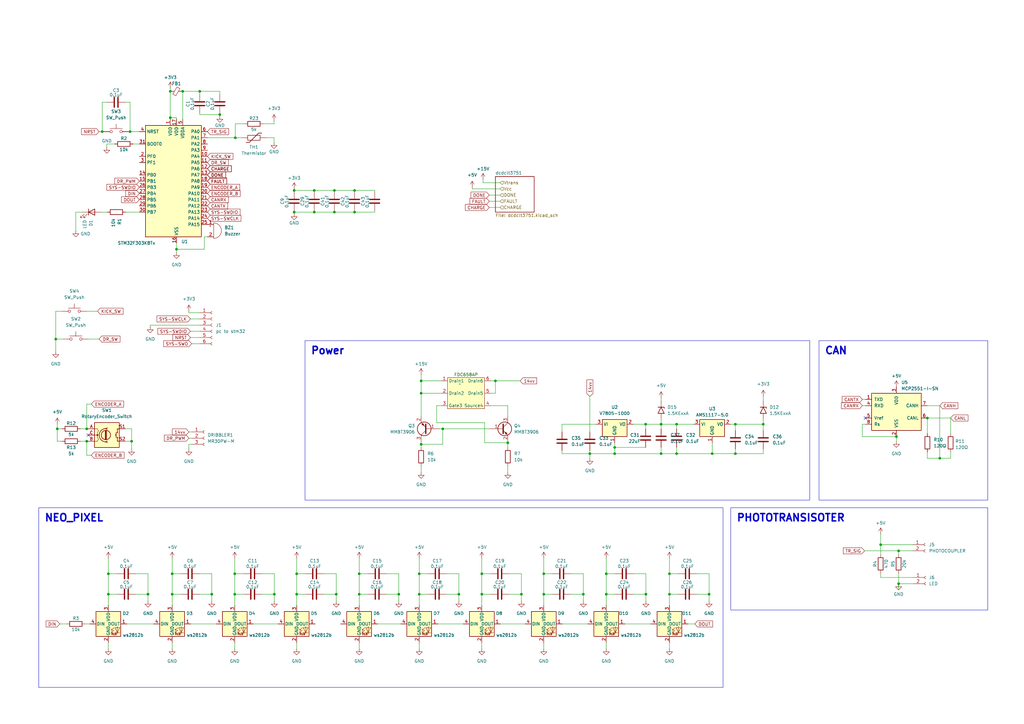
<source format=kicad_sch>
(kicad_sch (version 20230121) (generator eeschema)
  (paper "A3")
  (title_block (title "ssl_subboard_v1.0") (date "2023-11-7") (company "Ri-one_SSL") (comment 1 "made by Kotaro OCHIISHI"))
  (junction (at 313.055 173.99))
  (junction (at 53.975 180.975))
  (junction (at 368.554 239.395))
  (junction (at 145.415 86.995))
  (junction (at 223.012 235.331))
  (junction (at 188.214 243.713))
  (junction (at 361.188 223.393))
  (junction (at 44.45 235.331))
  (junction (at 163.576 243.713))
  (junction (at 208.28 181.61))
  (junction (at 301.625 186.055))
  (junction (at 147.32 243.713))
  (junction (at 172.72 182.245))
  (junction (at 292.1 186.055))
  (junction (at 368.554 225.933))
  (junction (at 181.61 175.895))
  (junction (at 53.34 53.975))
  (junction (at 69.85 37.465))
  (junction (at 112.522 243.713))
  (junction (at 145.415 78.105))
  (junction (at 248.666 235.331))
  (junction (at 271.145 173.99))
  (junction (at 128.905 86.995))
  (junction (at 44.45 243.713))
  (junction (at 120.65 78.105))
  (junction (at 137.16 86.995))
  (junction (at 90.17 46.99))
  (junction (at 274.574 243.713))
  (junction (at 172.72 156.21))
  (junction (at 367.665 179.07))
  (junction (at 72.39 102.235))
  (junction (at 197.612 243.713))
  (junction (at 277.495 186.055))
  (junction (at 213.868 243.713))
  (junction (at 203.2 156.21))
  (junction (at 35.56 180.975))
  (junction (at 96.52 56.515))
  (junction (at 171.958 235.331))
  (junction (at 197.612 235.331))
  (junction (at 22.86 139.065))
  (junction (at 239.268 243.713))
  (junction (at 380.365 171.45))
  (junction (at 385.445 187.96))
  (junction (at 121.666 235.331))
  (junction (at 74.93 37.465))
  (junction (at 70.612 243.713))
  (junction (at 35.56 175.895))
  (junction (at 252.095 186.055))
  (junction (at 137.922 243.713))
  (junction (at 120.65 86.995))
  (junction (at 274.574 235.331))
  (junction (at 301.625 173.99))
  (junction (at 96.266 235.331))
  (junction (at 147.32 235.331))
  (junction (at 172.72 161.29))
  (junction (at 277.495 173.99))
  (junction (at 81.915 37.465))
  (junction (at 252.095 183.515))
  (junction (at 248.666 243.713))
  (junction (at 137.16 78.105))
  (junction (at 69.85 48.26))
  (junction (at 86.868 243.713))
  (junction (at 121.666 243.713))
  (junction (at 271.145 186.055))
  (junction (at 60.706 243.713))
  (junction (at 70.612 235.331))
  (junction (at 264.795 173.99))
  (junction (at 23.495 175.895))
  (junction (at 241.935 186.055))
  (junction (at 171.958 243.713))
  (junction (at 290.83 243.713))
  (junction (at 96.266 243.713))
  (junction (at 41.91 53.975))
  (junction (at 264.922 243.713))
  (junction (at 128.905 78.105))
  (junction (at 223.012 243.713))
  (no_connect (at 36.195 178.435))
  (no_connect (at 354.965 171.45))
  (wire (pts (xy 120.65 77.47) (xy 120.65 78.105)))
  (wire (pts (xy 31.115 94.615) (xy 31.115 86.995)))
  (wire (pts (xy 252.095 183.515) (xy 264.795 183.515)))
  (wire (pts (xy 121.666 235.331) (xy 121.666 243.713)))
  (wire (pts (xy 78.105 138.43) (xy 81.915 138.43)))
  (wire (pts (xy 24.511 255.905) (xy 27.305 255.905)))
  (wire (pts (xy 197.612 235.331) (xy 197.612 243.713)))
  (wire (pts (xy 35.56 186.69) (xy 37.465 186.69)))
  (wire (pts (xy 234.188 243.713) (xy 239.268 243.713)))
  (wire (pts (xy 171.958 235.331) (xy 175.514 235.331)))
  (wire (pts (xy 179.578 255.905) (xy 189.992 255.905)))
  (wire (pts (xy 171.958 263.525) (xy 171.958 266.065)))
  (wire (pts (xy 277.495 173.99) (xy 284.48 173.99)))
  (wire (pts (xy 264.922 235.331) (xy 264.922 243.713)))
  (wire (pts (xy 107.442 235.331) (xy 112.522 235.331)))
  (wire (pts (xy 153.67 78.105) (xy 153.67 78.74)))
  (wire (pts (xy 285.75 243.713) (xy 290.83 243.713)))
  (wire (pts (xy 271.145 186.055) (xy 271.145 183.515)))
  (wire (pts (xy 230.505 186.055) (xy 241.935 186.055)))
  (wire (pts (xy 380.365 187.96) (xy 380.365 185.42)))
  (wire (pts (xy 193.675 77.47) (xy 205.105 77.47)))
  (wire (pts (xy 23.495 175.895) (xy 23.495 180.975)))
  (wire (pts (xy 271.145 173.99) (xy 271.145 175.895)))
  (wire (pts (xy 43.942 86.995) (xy 41.402 86.995)))
  (wire (pts (xy 248.666 243.713) (xy 248.666 248.285)))
  (wire (pts (xy 53.34 53.975) (xy 57.15 53.975)))
  (wire (pts (xy 43.815 41.91) (xy 41.91 41.91)))
  (wire (pts (xy 183.134 235.331) (xy 188.214 235.331)))
  (wire (pts (xy 313.055 186.055) (xy 313.055 184.15)))
  (wire (pts (xy 86.868 235.331) (xy 86.868 243.713)))
  (wire (pts (xy 77.47 179.705) (xy 78.74 179.705)))
  (wire (pts (xy 53.975 180.975) (xy 53.975 184.15)))
  (wire (pts (xy 96.52 56.515) (xy 99.06 56.515)))
  (wire (pts (xy 147.32 228.981) (xy 147.32 235.331)))
  (wire (pts (xy 252.095 181.61) (xy 252.095 183.515)))
  (wire (pts (xy 107.442 243.713) (xy 112.522 243.713)))
  (wire (pts (xy 77.47 177.165) (xy 78.74 177.165)))
  (wire (pts (xy 172.72 153.67) (xy 172.72 156.21)))
  (wire (pts (xy 313.055 173.99) (xy 313.055 176.53)))
  (wire (pts (xy 252.095 183.515) (xy 252.095 186.055)))
  (wire (pts (xy 22.86 127.635) (xy 22.86 139.065)))
  (wire (pts (xy 200.66 82.55) (xy 205.105 82.55)))
  (wire (pts (xy 53.34 41.91) (xy 53.34 53.975)))
  (wire (pts (xy 201.295 166.37) (xy 208.28 166.37)))
  (wire (pts (xy 239.268 243.713) (xy 239.268 246.507)))
  (wire (pts (xy 271.145 163.195) (xy 271.145 164.465)))
  (wire (pts (xy 171.958 243.713) (xy 175.514 243.713)))
  (wire (pts (xy 51.435 41.91) (xy 53.34 41.91)))
  (wire (pts (xy 81.915 37.465) (xy 81.915 38.735)))
  (wire (pts (xy 61.595 133.35) (xy 61.595 133.985)))
  (wire (pts (xy 259.715 173.99) (xy 264.795 173.99)))
  (wire (pts (xy 301.625 186.055) (xy 301.625 184.15)))
  (wire (pts (xy 54.61 59.055) (xy 57.15 59.055)))
  (wire (pts (xy 74.93 37.465) (xy 81.915 37.465)))
  (wire (pts (xy 69.85 36.195) (xy 69.85 37.465)))
  (wire (pts (xy 44.45 263.525) (xy 44.45 266.065)))
  (wire (pts (xy 96.266 263.525) (xy 96.266 266.065)))
  (wire (pts (xy 277.495 173.99) (xy 277.495 175.895)))
  (wire (pts (xy 35.56 165.735) (xy 35.56 175.895)))
  (wire (pts (xy 81.788 235.331) (xy 86.868 235.331)))
  (wire (pts (xy 203.2 161.29) (xy 203.2 156.21)))
  (wire (pts (xy 121.666 235.331) (xy 125.222 235.331)))
  (wire (pts (xy 96.266 243.713) (xy 96.266 248.285)))
  (wire (pts (xy 90.17 46.355) (xy 90.17 46.99)))
  (wire (pts (xy 198.12 74.93) (xy 205.105 74.93)))
  (wire (pts (xy 198.755 181.61) (xy 208.28 181.61)))
  (wire (pts (xy 70.612 243.713) (xy 70.612 248.285)))
  (wire (pts (xy 198.12 73.66) (xy 198.12 74.93)))
  (wire (pts (xy 22.86 139.065) (xy 26.035 139.065)))
  (wire (pts (xy 197.612 263.525) (xy 197.612 266.065)))
  (wire (pts (xy 248.666 235.331) (xy 252.222 235.331)))
  (wire (pts (xy 112.522 235.331) (xy 112.522 243.713)))
  (wire (pts (xy 33.02 180.975) (xy 35.56 180.975)))
  (wire (pts (xy 128.905 86.36) (xy 128.905 86.995)))
  (wire (pts (xy 374.65 236.855) (xy 361.188 236.855)))
  (wire (pts (xy 264.795 173.99) (xy 271.145 173.99)))
  (wire (pts (xy 274.574 243.713) (xy 278.13 243.713)))
  (wire (pts (xy 223.012 235.331) (xy 226.568 235.331)))
  (wire (pts (xy 81.915 128.27) (xy 77.47 128.27)))
  (wire (pts (xy 70.612 228.981) (xy 70.612 235.331)))
  (wire (pts (xy 44.45 235.331) (xy 48.006 235.331)))
  (wire (pts (xy 70.612 235.331) (xy 74.168 235.331)))
  (wire (pts (xy 248.666 235.331) (xy 248.666 243.713)))
  (wire (pts (xy 112.395 49.53) (xy 112.395 50.8)))
  (wire (pts (xy 180.975 156.21) (xy 172.72 156.21)))
  (wire (pts (xy 271.145 172.085) (xy 271.145 173.99)))
  (wire (pts (xy 171.958 228.981) (xy 171.958 235.331)))
  (wire (pts (xy 145.415 78.105) (xy 153.67 78.105)))
  (wire (pts (xy 53.975 180.975) (xy 51.435 180.975)))
  (wire (pts (xy 223.012 228.981) (xy 223.012 235.331)))
  (wire (pts (xy 188.214 235.331) (xy 188.214 243.713)))
  (wire (pts (xy 128.905 78.105) (xy 137.16 78.105)))
  (wire (pts (xy 301.625 186.055) (xy 313.055 186.055)))
  (wire (pts (xy 180.975 166.37) (xy 179.07 166.37)))
  (wire (pts (xy 256.286 255.905) (xy 266.954 255.905)))
  (wire (pts (xy 51.435 175.895) (xy 53.975 175.895)))
  (wire (pts (xy 90.17 37.465) (xy 90.17 38.735)))
  (wire (pts (xy 380.365 187.96) (xy 385.445 187.96)))
  (wire (pts (xy 179.07 173.355) (xy 198.755 173.355)))
  (wire (pts (xy 180.34 175.895) (xy 181.61 175.895)))
  (wire (pts (xy 172.72 180.975) (xy 172.72 182.245)))
  (wire (pts (xy 208.28 180.975) (xy 208.28 181.61)))
  (wire (pts (xy 389.89 171.45) (xy 389.89 177.8)))
  (wire (pts (xy 90.17 46.99) (xy 81.915 46.99)))
  (wire (pts (xy 181.61 182.245) (xy 181.61 175.895)))
  (wire (pts (xy 69.85 48.26) (xy 69.85 48.895)))
  (wire (pts (xy 353.695 163.83) (xy 354.965 163.83)))
  (wire (pts (xy 313.055 162.56) (xy 313.055 164.465)))
  (wire (pts (xy 147.32 235.331) (xy 150.876 235.331)))
  (wire (pts (xy 145.415 86.36) (xy 145.415 86.995)))
  (wire (pts (xy 23.495 180.975) (xy 25.4 180.975)))
  (wire (pts (xy 44.45 235.331) (xy 44.45 243.713)))
  (wire (pts (xy 96.266 235.331) (xy 99.822 235.331)))
  (wire (pts (xy 163.576 243.713) (xy 163.576 246.507)))
  (wire (pts (xy 85.09 56.515) (xy 96.52 56.515)))
  (wire (pts (xy 179.07 166.37) (xy 179.07 173.355)))
  (wire (pts (xy 239.268 235.331) (xy 239.268 243.713)))
  (wire (pts (xy 380.365 171.45) (xy 389.89 171.45)))
  (wire (pts (xy 121.666 243.713) (xy 125.222 243.713)))
  (wire (pts (xy 290.83 235.331) (xy 290.83 243.713)))
  (wire (pts (xy 35.56 180.975) (xy 35.56 186.69)))
  (wire (pts (xy 197.612 235.331) (xy 201.168 235.331)))
  (wire (pts (xy 353.695 173.99) (xy 353.695 179.07)))
  (wire (pts (xy 44.45 243.713) (xy 48.006 243.713)))
  (wire (pts (xy 120.65 86.36) (xy 120.65 86.995)))
  (wire (pts (xy 70.612 235.331) (xy 70.612 243.713)))
  (wire (pts (xy 137.16 78.105) (xy 137.16 78.74)))
  (wire (pts (xy 112.522 243.713) (xy 112.522 246.507)))
  (wire (pts (xy 78.232 255.905) (xy 88.646 255.905)))
  (wire (pts (xy 223.012 235.331) (xy 223.012 243.713)))
  (wire (pts (xy 77.47 128.27) (xy 77.47 127.635)))
  (wire (pts (xy 172.72 161.29) (xy 172.72 170.815)))
  (wire (pts (xy 163.576 235.331) (xy 163.576 243.713)))
  (wire (pts (xy 203.2 156.21) (xy 201.295 156.21)))
  (wire (pts (xy 301.625 173.99) (xy 301.625 176.53)))
  (wire (pts (xy 200.66 85.09) (xy 205.105 85.09)))
  (wire (pts (xy 137.922 235.331) (xy 137.922 243.713)))
  (wire (pts (xy 368.554 225.933) (xy 374.396 225.933)))
  (wire (pts (xy 181.61 175.895) (xy 200.66 175.895)))
  (wire (pts (xy 223.012 243.713) (xy 226.568 243.713)))
  (wire (pts (xy 277.495 186.055) (xy 292.1 186.055)))
  (wire (pts (xy 368.554 227.457) (xy 368.554 225.933)))
  (wire (pts (xy 385.445 166.37) (xy 385.445 187.96)))
  (wire (pts (xy 96.52 50.8) (xy 100.33 50.8)))
  (wire (pts (xy 121.666 263.525) (xy 121.666 266.065)))
  (wire (pts (xy 158.496 243.713) (xy 163.576 243.713)))
  (wire (pts (xy 259.842 235.331) (xy 264.922 235.331)))
  (wire (pts (xy 120.65 86.995) (xy 120.65 87.63)))
  (wire (pts (xy 147.32 263.525) (xy 147.32 266.065)))
  (wire (pts (xy 60.706 243.713) (xy 60.706 246.507)))
  (wire (pts (xy 197.612 228.981) (xy 197.612 235.331)))
  (wire (pts (xy 132.842 243.713) (xy 137.922 243.713)))
  (wire (pts (xy 145.415 78.105) (xy 145.415 78.74)))
  (wire (pts (xy 81.915 46.99) (xy 81.915 46.355)))
  (wire (pts (xy 368.554 239.395) (xy 374.65 239.395)))
  (wire (pts (xy 81.915 140.97) (xy 78.74 140.97)))
  (wire (pts (xy 33.02 175.895) (xy 35.56 175.895)))
  (wire (pts (xy 361.188 236.855) (xy 361.188 235.077)))
  (wire (pts (xy 43.815 59.055) (xy 43.815 60.325)))
  (wire (pts (xy 208.788 243.713) (xy 213.868 243.713)))
  (wire (pts (xy 201.295 161.29) (xy 203.2 161.29)))
  (wire (pts (xy 77.47 184.15) (xy 77.47 182.245)))
  (wire (pts (xy 86.868 243.713) (xy 86.868 246.507)))
  (wire (pts (xy 274.574 235.331) (xy 278.13 235.331)))
  (wire (pts (xy 193.675 76.835) (xy 193.675 77.47)))
  (wire (pts (xy 208.28 181.61) (xy 208.28 183.515)))
  (wire (pts (xy 230.632 255.905) (xy 241.046 255.905)))
  (wire (pts (xy 70.612 243.713) (xy 74.168 243.713)))
  (wire (pts (xy 203.2 156.21) (xy 213.36 156.21)))
  (wire (pts (xy 145.415 86.995) (xy 153.67 86.995)))
  (wire (pts (xy 96.52 50.8) (xy 96.52 56.515)))
  (wire (pts (xy 285.75 235.331) (xy 290.83 235.331)))
  (wire (pts (xy 213.868 235.331) (xy 213.868 243.713)))
  (wire (pts (xy 197.612 243.713) (xy 201.168 243.713)))
  (wire (pts (xy 35.56 127.635) (xy 40.005 127.635)))
  (wire (pts (xy 147.32 243.713) (xy 147.32 248.285)))
  (wire (pts (xy 248.666 263.525) (xy 248.666 266.065)))
  (wire (pts (xy 53.975 175.895) (xy 53.975 180.975)))
  (wire (pts (xy 121.666 243.713) (xy 121.666 248.285)))
  (wire (pts (xy 292.1 186.055) (xy 301.625 186.055)))
  (wire (pts (xy 200.66 80.01) (xy 205.105 80.01)))
  (wire (pts (xy 96.266 235.331) (xy 96.266 243.713)))
  (wire (pts (xy 299.72 173.99) (xy 301.625 173.99)))
  (wire (pts (xy 290.83 243.713) (xy 290.83 246.507)))
  (wire (pts (xy 41.91 53.975) (xy 42.545 53.975)))
  (wire (pts (xy 230.505 184.785) (xy 230.505 186.055)))
  (wire (pts (xy 292.1 186.055) (xy 292.1 181.61)))
  (wire (pts (xy 55.626 243.713) (xy 60.706 243.713)))
  (wire (pts (xy 35.56 165.735) (xy 37.465 165.735)))
  (wire (pts (xy 172.72 156.21) (xy 172.72 161.29)))
  (wire (pts (xy 380.365 171.45) (xy 380.365 177.8)))
  (wire (pts (xy 241.935 186.055) (xy 241.935 187.96)))
  (wire (pts (xy 368.554 235.077) (xy 368.554 239.395)))
  (wire (pts (xy 35.56 175.895) (xy 36.195 175.895)))
  (wire (pts (xy 172.72 182.245) (xy 181.61 182.245)))
  (wire (pts (xy 274.574 228.981) (xy 274.574 235.331)))
  (wire (pts (xy 128.905 78.105) (xy 128.905 78.74)))
  (wire (pts (xy 361.188 219.075) (xy 361.188 223.393)))
  (wire (pts (xy 22.86 127.635) (xy 25.4 127.635)))
  (wire (pts (xy 241.935 186.055) (xy 252.095 186.055)))
  (wire (pts (xy 271.145 186.055) (xy 277.495 186.055)))
  (wire (pts (xy 69.85 37.465) (xy 69.85 48.26)))
  (wire (pts (xy 36.195 139.065) (xy 40.64 139.065)))
  (wire (pts (xy 41.91 41.91) (xy 41.91 53.975)))
  (wire (pts (xy 72.39 48.895) (xy 72.39 48.26)))
  (wire (pts (xy 51.562 86.995) (xy 57.15 86.995)))
  (wire (pts (xy 274.574 243.713) (xy 274.574 248.285)))
  (wire (pts (xy 137.16 86.995) (xy 145.415 86.995)))
  (wire (pts (xy 172.72 191.135) (xy 172.72 193.675)))
  (wire (pts (xy 154.94 255.905) (xy 164.338 255.905)))
  (wire (pts (xy 44.45 228.981) (xy 44.45 235.331)))
  (wire (pts (xy 313.055 172.085) (xy 313.055 173.99)))
  (wire (pts (xy 96.266 228.981) (xy 96.266 235.331)))
  (wire (pts (xy 248.666 228.981) (xy 248.666 235.331)))
  (wire (pts (xy 120.65 78.105) (xy 120.65 78.74)))
  (wire (pts (xy 271.145 173.99) (xy 277.495 173.99)))
  (wire (pts (xy 83.82 97.155) (xy 83.82 102.235)))
  (wire (pts (xy 274.574 235.331) (xy 274.574 243.713)))
  (wire (pts (xy 197.612 243.713) (xy 197.612 248.285)))
  (wire (pts (xy 172.72 161.29) (xy 180.975 161.29)))
  (wire (pts (xy 85.09 97.155) (xy 83.82 97.155)))
  (wire (pts (xy 208.28 191.135) (xy 208.28 193.675)))
  (wire (pts (xy 81.915 37.465) (xy 90.17 37.465)))
  (wire (pts (xy 25.4 175.895) (xy 23.495 175.895)))
  (wire (pts (xy 213.868 243.713) (xy 213.868 246.507)))
  (wire (pts (xy 205.232 255.905) (xy 215.392 255.905)))
  (wire (pts (xy 70.612 263.525) (xy 70.612 266.065)))
  (wire (pts (xy 223.012 243.713) (xy 223.012 248.285)))
  (wire (pts (xy 277.495 186.055) (xy 277.495 183.515)))
  (wire (pts (xy 198.755 173.355) (xy 198.755 181.61)))
  (wire (pts (xy 208.28 166.37) (xy 208.28 170.815)))
  (wire (pts (xy 380.365 166.37) (xy 385.445 166.37)))
  (wire (pts (xy 361.188 223.393) (xy 374.396 223.393)))
  (wire (pts (xy 282.194 255.905) (xy 284.988 255.905)))
  (wire (pts (xy 96.266 243.713) (xy 99.822 243.713)))
  (wire (pts (xy 120.65 78.105) (xy 128.905 78.105)))
  (wire (pts (xy 23.495 173.99) (xy 23.495 175.895)))
  (wire (pts (xy 158.496 235.331) (xy 163.576 235.331)))
  (wire (pts (xy 389.89 187.96) (xy 389.89 185.42)))
  (wire (pts (xy 34.925 255.905) (xy 36.83 255.905)))
  (wire (pts (xy 153.67 86.995) (xy 153.67 86.36)))
  (wire (pts (xy 77.47 182.245) (xy 78.74 182.245)))
  (wire (pts (xy 78.105 130.81) (xy 81.915 130.81)))
  (wire (pts (xy 44.45 243.713) (xy 44.45 248.285)))
  (wire (pts (xy 353.695 166.37) (xy 354.965 166.37)))
  (wire (pts (xy 367.665 179.07) (xy 367.665 180.975)))
  (wire (pts (xy 385.445 187.96) (xy 389.89 187.96)))
  (wire (pts (xy 55.626 235.331) (xy 60.706 235.331)))
  (wire (pts (xy 230.505 173.99) (xy 244.475 173.99)))
  (wire (pts (xy 132.842 235.331) (xy 137.922 235.331)))
  (wire (pts (xy 112.395 56.515) (xy 112.395 58.42)))
  (wire (pts (xy 72.39 102.235) (xy 72.39 103.505)))
  (wire (pts (xy 81.915 133.35) (xy 61.595 133.35)))
  (wire (pts (xy 172.72 182.245) (xy 172.72 183.515)))
  (wire (pts (xy 31.115 86.995) (xy 33.782 86.995)))
  (wire (pts (xy 188.214 243.713) (xy 188.214 246.507)))
  (wire (pts (xy 112.395 50.8) (xy 107.95 50.8)))
  (wire (pts (xy 22.86 139.065) (xy 22.86 144.145)))
  (wire (pts (xy 361.188 223.393) (xy 361.188 227.457)))
  (wire (pts (xy 60.706 235.331) (xy 60.706 243.713)))
  (wire (pts (xy 147.32 243.713) (xy 150.876 243.713)))
  (wire (pts (xy 274.574 263.525) (xy 274.574 266.065)))
  (wire (pts (xy 81.915 135.89) (xy 78.105 135.89)))
  (wire (pts (xy 234.188 235.331) (xy 239.268 235.331)))
  (wire (pts (xy 223.012 263.525) (xy 223.012 266.065)))
  (wire (pts (xy 120.65 86.995) (xy 128.905 86.995)))
  (wire (pts (xy 353.695 173.99) (xy 354.965 173.99)))
  (wire (pts (xy 252.095 186.055) (xy 271.145 186.055)))
  (wire (pts (xy 52.705 53.975) (xy 53.34 53.975)))
  (wire (pts (xy 40.64 53.975) (xy 41.91 53.975)))
  (wire (pts (xy 35.56 180.975) (xy 36.195 180.975)))
  (wire (pts (xy 353.695 179.07) (xy 367.665 179.07)))
  (wire (pts (xy 171.958 243.713) (xy 171.958 248.285)))
  (wire (pts (xy 137.16 86.36) (xy 137.16 86.995)))
  (wire (pts (xy 46.99 59.055) (xy 43.815 59.055)))
  (wire (pts (xy 72.39 99.695) (xy 72.39 102.235)))
  (wire (pts (xy 128.905 86.995) (xy 137.16 86.995)))
  (wire (pts (xy 241.935 162.56) (xy 241.935 177.165)))
  (wire (pts (xy 109.22 56.515) (xy 112.395 56.515)))
  (wire (pts (xy 147.32 235.331) (xy 147.32 243.713)))
  (wire (pts (xy 301.625 173.99) (xy 313.055 173.99)))
  (wire (pts (xy 264.795 173.99) (xy 264.795 175.895)))
  (wire (pts (xy 137.16 78.105) (xy 145.415 78.105)))
  (wire (pts (xy 259.842 243.713) (xy 264.922 243.713)))
  (wire (pts (xy 264.922 243.713) (xy 264.922 246.507)))
  (wire (pts (xy 171.958 235.331) (xy 171.958 243.713)))
  (wire (pts (xy 208.788 235.331) (xy 213.868 235.331)))
  (wire (pts (xy 72.39 102.235) (xy 83.82 102.235)))
  (wire (pts (xy 248.666 243.713) (xy 252.222 243.713)))
  (wire (pts (xy 121.666 228.981) (xy 121.666 235.331)))
  (wire (pts (xy 90.17 46.99) (xy 90.17 47.625)))
  (wire (pts (xy 354.584 225.933) (xy 368.554 225.933)))
  (wire (pts (xy 230.505 177.165) (xy 230.505 173.99)))
  (wire (pts (xy 183.134 243.713) (xy 188.214 243.713)))
  (wire (pts (xy 241.935 184.785) (xy 241.935 186.055)))
  (wire (pts (xy 137.922 243.713) (xy 137.922 246.507)))
  (wire (pts (xy 52.07 255.905) (xy 62.992 255.905)))
  (wire (pts (xy 74.93 37.465) (xy 74.93 48.895)))
  (wire (pts (xy 81.788 243.713) (xy 86.868 243.713)))
  (wire (pts (xy 368.554 239.395) (xy 368.554 241.935)))
  (wire (pts (xy 103.886 255.905) (xy 114.046 255.905)))
  (wire (pts (xy 72.39 48.26) (xy 69.85 48.26)))
  (text_box "PHOTOTRANSISOTER" (at 299.72 208.28 0) (size 105.41 41.91) (effects (font (size 3 3) (thickness 0.6) bold) (justify left top)))
  (text_box "NEO_PIXEL" (at 15.875 208.28 0) (size 280.67 73.66) (effects (font (size 3 3) (thickness 0.6) bold) (justify left top)))
  (text_box "Power" (at 125.095 139.7 0) (size 207.01 65.405) (effects (font (size 3 3) (thickness 0.6) bold) (justify left top)))
  (text_box "CAN" (at 335.915 139.7 0) (size 69.215 65.405) (effects (font (size 3 3) (thickness 0.6) bold) (justify left top)))
  (global_label "NRST" (shape input) (at 40.64 53.975 180) (property "Intersheetrefs" "${INTERSHEET_REFS}" (effects hide)))
  (global_label "DONE" (shape input) (at 85.09 71.755 0) (property "Intersheetrefs" "${INTERSHEET_REFS}" (effects hide)))
  (global_label "CANTX" (shape input) (at 85.09 84.455 0) (property "Intersheetrefs" "${INTERSHEET_REFS}" (effects hide)))
  (global_label "SYS-SWDIO" (shape input) (at 78.105 135.89 180) (property "Intersheetrefs" "${INTERSHEET_REFS}" (effects hide)))
  (global_label "ENCODER_B" (shape input) (at 85.09 79.375 0) (property "Intersheetrefs" "${INTERSHEET_REFS}" (effects hide)))
  (global_label "TR_SIG" (shape input) (at 85.09 53.975 0) (property "Intersheetrefs" "${INTERSHEET_REFS}" (effects hide)))
  (global_label "DR_SW" (shape input) (at 85.09 66.675 0) (property "Intersheetrefs" "${INTERSHEET_REFS}" (effects hide)))
  (global_label "ENCODER_B" (shape input) (at 37.465 186.69 0) (property "Intersheetrefs" "${INTERSHEET_REFS}" (effects hide)))
  (global_label "CHARGE" (shape input) (at 200.66 85.09 180) (property "Intersheetrefs" "${INTERSHEET_REFS}" (effects hide)))
  (global_label "DR_SW" (shape input) (at 40.64 139.065 0) (property "Intersheetrefs" "${INTERSHEET_REFS}" (effects hide)))
  (global_label "SYS-SWO" (shape input) (at 78.613 140.97 180) (property "Intersheetrefs" "${INTERSHEET_REFS}" (effects hide)))
  (global_label "TR_SIG" (shape input) (at 354.584 225.933 180) (property "Intersheetrefs" "${INTERSHEET_REFS}" (effects hide)))
  (global_label "ENCODER_A" (shape input) (at 85.09 76.835 0) (property "Intersheetrefs" "${INTERSHEET_REFS}" (effects hide)))
  (global_label "CANRX" (shape input) (at 353.695 166.37 180) (property "Intersheetrefs" "${INTERSHEET_REFS}" (effects hide)))
  (global_label "DOUT" (shape input) (at 57.15 81.915 180) (property "Intersheetrefs" "${INTERSHEET_REFS}" (effects hide)))
  (global_label "FAULT" (shape input) (at 85.09 74.295 0) (property "Intersheetrefs" "${INTERSHEET_REFS}" (effects hide)))
  (global_label "DR_PWM" (shape input) (at 77.47 179.705 180) (property "Intersheetrefs" "${INTERSHEET_REFS}" (effects hide)))
  (global_label "KICK_SW" (shape input) (at 85.09 64.135 0) (property "Intersheetrefs" "${INTERSHEET_REFS}" (effects hide)))
  (global_label "DONE" (shape input) (at 200.66 80.01 180) (property "Intersheetrefs" "${INTERSHEET_REFS}" (effects hide)))
  (global_label "NRST" (shape input) (at 78.105 138.43 180) (property "Intersheetrefs" "${INTERSHEET_REFS}" (effects hide)))
  (global_label "FAULT" (shape input) (at 85.09 74.295 0) (property "Intersheetrefs" "${INTERSHEET_REFS}" (effects hide)))
  (global_label "KICK_SW" (shape input) (at 40.005 127.635 0) (property "Intersheetrefs" "${INTERSHEET_REFS}" (effects hide)))
  (global_label "DIN" (shape input) (at 57.15 79.375 180) (property "Intersheetrefs" "${INTERSHEET_REFS}" (effects hide)))
  (global_label "14vv" (shape input) (at 241.935 162.56 90) (property "Intersheetrefs" "${INTERSHEET_REFS}" (effects hide)))
  (global_label "DR_PWM" (shape input) (at 57.15 74.295 180) (property "Intersheetrefs" "${INTERSHEET_REFS}" (effects hide)))
  (global_label "CANL" (shape input) (at 389.89 171.45 0) (property "Intersheetrefs" "${INTERSHEET_REFS}" (effects hide)))
  (global_label "DIN" (shape input) (at 24.511 255.905 180) (property "Intersheetrefs" "${INTERSHEET_REFS}" (effects hide)))
  (global_label "CHARGE" (shape input) (at 85.09 69.215 0) (property "Intersheetrefs" "${INTERSHEET_REFS}" (effects hide)))
  (global_label "CHARGE" (shape input) (at 85.09 69.215 0) (property "Intersheetrefs" "${INTERSHEET_REFS}" (effects hide)))
  (global_label "DOUT" (shape input) (at 284.988 255.905 0) (property "Intersheetrefs" "${INTERSHEET_REFS}" (effects hide)))
  (global_label "CANH" (shape input) (at 385.445 166.37 0) (property "Intersheetrefs" "${INTERSHEET_REFS}" (effects hide)))
  (global_label "ENCODER_A" (shape input) (at 37.465 165.735 0) (property "Intersheetrefs" "${INTERSHEET_REFS}" (effects hide)))
  (global_label "SYS-SWDIO" (shape input) (at 57.15 76.835 180) (property "Intersheetrefs" "${INTERSHEET_REFS}" (effects hide)))
  (global_label "FAULT" (shape input) (at 200.66 82.55 180) (property "Intersheetrefs" "${INTERSHEET_REFS}" (effects hide)))
  (global_label "14vv" (shape input) (at 77.47 177.165 180) (property "Intersheetrefs" "${INTERSHEET_REFS}" (effects hide)))
  (global_label "SYS-SWDIO" (shape input) (at 85.09 86.995 0) (property "Intersheetrefs" "${INTERSHEET_REFS}" (effects hide)))
  (global_label "CANRX" (shape input) (at 85.09 81.915 0) (property "Intersheetrefs" "${INTERSHEET_REFS}" (effects hide)))
  (global_label "SYS-SWCLK" (shape input) (at 85.09 89.535 0) (property "Intersheetrefs" "${INTERSHEET_REFS}" (effects hide)))
  (global_label "DONE" (shape input) (at 85.09 71.755 0) (property "Intersheetrefs" "${INTERSHEET_REFS}" (effects hide)))
  (global_label "SYS-SWCLK" (shape input) (at 78.105 130.81 180) (property "Intersheetrefs" "${INTERSHEET_REFS}" (effects hide)))
  (global_label "14vv" (shape input) (at 213.36 156.21 0) (property "Intersheetrefs" "${INTERSHEET_REFS}" (effects hide)))
  (global_label "CANTX" (shape input) (at 353.695 163.83 180) (property "Intersheetrefs" "${INTERSHEET_REFS}" (effects hide)))
  (hierarchical_label "Vtrans" (shape input) (at 205.105 74.93 0))
  (hierarchical_label "CHARGE" (shape input) (at 205.105 85.09 0))
  (hierarchical_label "FAULT" (shape input) (at 205.105 82.55 0))
  (hierarchical_label "DONE" (shape input) (at 205.105 80.01 0))
  (hierarchical_label "Vcc" (shape input) (at 205.105 77.47 0))
  (symbol (lib_id "power:+3V3") (at 112.395 49.53 0) (unit 1)
    (property "Reference" "#PWR065" (effects hide))
    (property "Value" "+3V3" (at 112.395 44.45 0))
  )
  (symbol (lib_id "power:+3V3") (at 120.65 77.47 0) (unit 1)
    (property "Reference" "#PWR057" (effects hide))
    (property "Value" "+3V3" (at 120.65 73.025 0))
  )
  (symbol (lib_id "Switch:SW_Push") (at 30.48 127.635 0) (unit 1)
    (property "Reference" "SW4" (at 30.48 119.38 0))
    (property "Value" "SW_Push" (at 30.48 121.92 0))
  )
  (symbol (lib_id "power:+15V") (at 198.12 73.66 0) (unit 1)
    (property "Reference" "#PWR046" (effects hide))
    (property "Value" "+15V" (at 198.12 69.215 0))
  )
  (symbol (lib_id "Device:C") (at 51.816 235.331 90) (unit 1)
    (property "Reference" "C4" (at 51.816 229.997 90))
    (property "Value" "0.1uF" (at 51.816 232.283 90))
    (property "Footprint" "C_0603_1608Metric" (effects hide))
  )
  (symbol (lib_id "MCU_ST_STM32F3:STM32F303K8Tx") (at 69.85 74.295 0) (unit 1)
    (property "Reference" "U1" (at 74.3459 99.06 0) (effects (justify left)))
    (property "Value" "STM32F303K8Tx" (at 48.26 99.695 0) (effects (justify left)))
    (property "Footprint" "Package_QFP:LQFP-32_7x7mm_P0.8mm" (effects hide))
    (property "Datasheet" "https://www.st.com/resource/en/datasheet/stm32f303k8.pdf" (effects hide))
  )
  (symbol (lib_id "Device:C") (at 47.625 41.91 90) (unit 1)
    (property "Reference" "C3" (at 47.625 37.084 90))
    (property "Value" "0.1uF" (at 47.625 38.862 90))
    (property "Footprint" "C_0603_1608Metric" (effects hide))
  )
  (symbol (lib_id "Connector:Conn_01x02_Socket") (at 379.476 223.393 0) (unit 1)
    (property "Reference" "J5" (at 381 223.393 0) (effects (justify left)))
    (property "Value" "PHOTOCOUPLER" (at 381 225.933 0) (effects (justify left)))
  )
  (symbol (lib_id "power:GND") (at 264.922 246.507 0) (unit 1)
    (property "Reference" "#PWR028" (effects hide))
    (property "Value" "GND" (at 264.922 251.587 0))
  )
  (symbol (lib_id "Device:C") (at 264.795 179.705 0) (unit 1)
    (property "Reference" "C31" (at 258.445 178.435 0) (effects (justify left)))
    (property "Value" "22uF" (at 257.81 180.975 0) (effects (justify left)))
    (property "Footprint" "C_0603_1608Metric" (effects hide))
  )
  (symbol (lib_id "power:GND") (at 367.665 180.975 0) (unit 1)
    (property "Reference" "#PWR059" (effects hide))
    (property "Value" "GND" (at 367.665 186.055 0))
  )
  (symbol (lib_id "power:GND") (at 208.28 193.675 0) (unit 1)
    (property "Reference" "#PWR054" (effects hide))
    (property "Value" "GND" (at 208.28 198.755 0))
  )
  (symbol (lib_id "power:GND") (at 61.595 133.985 0) (unit 1)
    (property "Reference" "#PWR07" (effects hide))
    (property "Value" "GND" (at 61.595 139.065 0))
  )
  (symbol (lib_id "LED:NeoPixel_THT") (at 248.666 255.905 0) (unit 1)
    (property "Reference" "D10" (at 255.778 251.587 0))
    (property "Value" "ws2812b" (at 258.826 260.477 0))
    (property "Datasheet" "https://www.adafruit.com/product/1938" (effects hide))
  )
  (symbol (lib_id "power:GND") (at 147.32 266.065 0) (unit 1)
    (property "Reference" "#PWR034" (effects hide))
    (property "Value" "GND" (at 147.32 271.145 0))
  )
  (symbol (lib_id "power:GND") (at 137.922 246.507 0) (unit 1)
    (property "Reference" "#PWR018" (effects hide))
    (property "Value" "GND" (at 137.922 251.587 0))
  )
  (symbol (lib_id "power:+3V3") (at 313.055 162.56 0) (unit 1)
    (property "Reference" "#PWR041" (effects hide))
    (property "Value" "+3V3" (at 313.055 157.48 0))
  )
  (symbol (lib_id "power:+5V") (at 274.574 228.981 0) (unit 1)
    (property "Reference" "#PWR029" (effects hide))
    (property "Value" "+5V" (at 274.574 224.409 0))
  )
  (symbol (lib_id "Connector:Conn_01x06_Socket") (at 86.995 133.35 0) (unit 1)
    (property "Reference" "J1" (at 88.519 133.35 0) (effects (justify left)))
    (property "Value" "pc to stm32" (at 88.519 135.89 0) (effects (justify left)))
  )
  (symbol (lib_id "Device:C") (at 301.625 180.34 0) (unit 1)
    (property "Reference" "C34" (at 305.435 179.07 0) (effects (justify left)))
    (property "Value" "0.1uF" (at 305.435 181.61 0) (effects (justify left)))
    (property "Footprint" "C_0603_1608Metric" (effects hide))
  )
  (symbol (lib_id "Switch:SW_Push") (at 47.625 53.975 0) (unit 1)
    (property "Reference" "SW3" (at 47.625 45.72 0))
    (property "Value" "SW_Push" (at 47.625 48.26 0))
  )
  (symbol (lib_id "Device:C") (at 281.94 243.713 90) (unit 1)
    (property "Reference" "C26" (at 281.94 238.887 90))
    (property "Value" "0.1uF" (at 281.94 240.665 90))
    (property "Footprint" "C_0603_1608Metric" (effects hide))
  )
  (symbol (lib_id "power:+3V3") (at 69.85 36.195 0) (unit 1)
    (property "Reference" "#PWR02" (effects hide))
    (property "Value" "+3V3" (at 69.85 31.75 0))
  )
  (symbol (lib_id "LED:NeoPixel_THT") (at 96.266 255.905 0) (unit 1)
    (property "Reference" "D4" (at 103.378 251.587 0))
    (property "Value" "ws2812b" (at 106.426 260.477 0))
    (property "Datasheet" "https://www.adafruit.com/product/1938" (effects hide))
  )
  (symbol (lib_id "power:GND") (at 96.266 266.065 0) (unit 1)
    (property "Reference" "#PWR032" (effects hide))
    (property "Value" "GND" (at 96.266 271.145 0))
  )
  (symbol (lib_id "LED:NeoPixel_THT") (at 171.958 255.905 0) (unit 1)
    (property "Reference" "D7" (at 179.07 251.587 0))
    (property "Value" "ws2812b" (at 182.118 260.477 0))
    (property "Datasheet" "https://www.adafruit.com/product/1938" (effects hide))
  )
  (symbol (lib_id "Diode:1.5KExxA") (at 271.145 168.275 270) (unit 1)
    (property "Reference" "D15" (at 273.685 167.005 90) (effects (justify left)))
    (property "Value" "1.5KExxA" (at 273.685 169.545 90) (effects (justify left)))
    (property "Footprint" "Diode_THT:D_DO-201AE_P15.24mm_Horizontal" (effects hide))
    (property "Datasheet" "https://www.vishay.com/docs/88301/15ke.pdf" (effects hide))
  )
  (symbol (lib_id "power:GND") (at 121.666 266.065 0) (unit 1)
    (property "Reference" "#PWR033" (effects hide))
    (property "Value" "GND" (at 121.666 271.145 0))
  )
  (symbol (lib_id "Device:C") (at 51.816 243.713 90) (unit 1)
    (property "Reference" "C5" (at 51.816 238.887 90))
    (property "Value" "0.1uF" (at 51.816 240.665 90))
    (property "Footprint" "C_0603_1608Metric" (effects hide))
  )
  (symbol (lib_id "Device:C") (at 103.632 243.713 90) (unit 1)
    (property "Reference" "C12" (at 103.632 238.887 90))
    (property "Value" "0.1uF" (at 103.632 240.665 90))
    (property "Footprint" "C_0603_1608Metric" (effects hide))
  )
  (symbol (lib_id "Device:C") (at 77.978 243.713 90) (unit 1)
    (property "Reference" "C7" (at 77.978 238.887 90))
    (property "Value" "0.1uF" (at 77.978 240.665 90))
    (property "Footprint" "C_0603_1608Metric" (effects hide))
  )
  (symbol (lib_id "power:GND") (at 213.868 246.507 0) (unit 1)
    (property "Reference" "#PWR024" (effects hide))
    (property "Value" "GND" (at 213.868 251.587 0))
  )
  (symbol (lib_id "Device:C") (at 154.686 235.331 90) (unit 1)
    (property "Reference" "C15" (at 154.686 229.997 90))
    (property "Value" "0.1uF" (at 154.686 232.283 90))
    (property "Footprint" "C_0603_1608Metric" (effects hide))
  )
  (symbol (lib_id "power:GND") (at 60.706 246.507 0) (unit 1)
    (property "Reference" "#PWR05" (effects hide))
    (property "Value" "GND" (at 60.706 251.587 0))
  )
  (symbol (lib_id "Connector:Conn_01x02_Socket") (at 379.73 236.855 0) (unit 1)
    (property "Reference" "J6" (at 381 236.855 0) (effects (justify left)))
    (property "Value" "LED" (at 381 239.395 0) (effects (justify left)))
  )
  (symbol (lib_id "Device:R") (at 29.21 180.975 90) (unit 1)
    (property "Reference" "R13" (at 29.21 183.515 90))
    (property "Value" "5k" (at 29.21 186.055 90))
    (property "Footprint" "C_0603_1608Metric" (effects hide))
  )
  (symbol (lib_id "power:GND") (at 188.214 246.507 0) (unit 1)
    (property "Reference" "#PWR022" (effects hide))
    (property "Value" "GND" (at 188.214 251.587 0))
  )
  (symbol (lib_id "Device:R") (at 208.28 187.325 0) (unit 1)
    (property "Reference" "R7" (at 210.82 186.055 0) (effects (justify left)))
    (property "Value" "10k" (at 210.82 188.595 0) (effects (justify left)))
    (property "Footprint" "C_0603_1608Metric" (effects hide))
  )
  (symbol (lib_id "Transistor_BJT:MMBT3906") (at 205.74 175.895 0) (unit 1)
    (property "Reference" "Q4" (at 210.82 174.625 0) (effects (justify left)))
    (property "Value" "MMBT3906" (at 210.82 177.165 0) (effects (justify left)))
    (property "Footprint" "Package_TO_SOT_SMD:SOT-23" (effects hide))
    (property "Datasheet" "https://www.onsemi.com/pub/Collateral/2N3906-D.PDF" (effects hide))
  )
  (symbol (lib_id "Device:C") (at 81.915 42.545 180) (unit 1)
    (property "Reference" "C1" (at 77.089 42.545 90))
    (property "Value" "0.1uF" (at 78.867 42.545 90))
    (property "Footprint" "C_0603_1608Metric" (effects hide))
  )
  (symbol (lib_id "Device:C") (at 313.055 180.34 0) (unit 1)
    (property "Reference" "C36" (at 316.865 179.07 0) (effects (justify left)))
    (property "Value" "0.1uF" (at 316.865 181.61 0) (effects (justify left)))
    (property "Footprint" "C_0603_1608Metric" (effects hide))
  )
  (symbol (lib_id "power:GND") (at 171.958 266.065 0) (unit 1)
    (property "Reference" "#PWR035" (effects hide))
    (property "Value" "GND" (at 171.958 271.145 0))
  )
  (symbol (lib_id "LED:NeoPixel_THT") (at 223.012 255.905 0) (unit 1)
    (property "Reference" "D9" (at 230.124 251.587 0))
    (property "Value" "ws2812b" (at 233.172 260.477 0))
    (property "Datasheet" "https://www.adafruit.com/product/1938" (effects hide))
  )
  (symbol (lib_id "LED:NeoPixel_THT") (at 44.45 255.905 0) (unit 1)
    (property "Reference" "D2" (at 51.562 251.587 0))
    (property "Value" "ws2812b" (at 54.61 260.477 0))
    (property "Datasheet" "https://www.adafruit.com/product/1938" (effects hide))
  )
  (symbol (lib_id "power:+5V") (at 147.32 228.981 0) (unit 1)
    (property "Reference" "#PWR019" (effects hide))
    (property "Value" "+5V" (at 147.32 224.409 0))
  )
  (symbol (lib_id "Device:C") (at 281.94 235.331 90) (unit 1)
    (property "Reference" "C25" (at 281.94 229.997 90))
    (property "Value" "0.1uF" (at 281.94 232.283 90))
    (property "Footprint" "C_0603_1608Metric" (effects hide))
  )
  (symbol (lib_id "Device:C") (at 277.495 179.705 0) (unit 1)
    (property "Reference" "C32" (at 281.305 178.435 0) (effects (justify left)))
    (property "Value" "0.1uF" (at 281.305 180.975 0) (effects (justify left)))
    (property "Footprint" "C_0603_1608Metric" (effects hide))
  )
  (symbol (lib_id "Device:C") (at 129.032 235.331 90) (unit 1)
    (property "Reference" "C13" (at 129.032 229.997 90))
    (property "Value" "0.1uF" (at 129.032 232.283 90))
    (property "Footprint" "C_0603_1608Metric" (effects hide))
  )
  (symbol (lib_id "power:GND") (at 70.612 266.065 0) (unit 1)
    (property "Reference" "#PWR031" (effects hide))
    (property "Value" "GND" (at 70.612 271.145 0))
  )
  (symbol (lib_id "power:GND") (at 22.86 144.145 0) (unit 1)
    (property "Reference" "#PWR064" (effects hide))
    (property "Value" "GND" (at 22.86 149.225 0))
  )
  (symbol (lib_id "power:GND") (at 72.39 103.505 0) (unit 1)
    (property "Reference" "#PWR011" (effects hide))
    (property "Value" "GND" (at 72.39 108.585 0))
  )
  (symbol (lib_id "power:GND") (at 274.574 266.065 0) (unit 1)
    (property "Reference" "#PWR039" (effects hide))
    (property "Value" "GND" (at 274.574 271.145 0))
  )
  (symbol (lib_id "power:GND") (at 90.17 47.625 0) (unit 1)
    (property "Reference" "#PWR01" (effects hide))
    (property "Value" "GND" (at 90.17 51.435 0))
  )
  (symbol (lib_id "power:+15V") (at 172.72 153.67 0) (unit 1)
    (property "Reference" "#PWR062" (effects hide))
    (property "Value" "+15V" (at 172.72 149.225 0))
  )
  (symbol (lib_id "Interface_CAN_LIN:MCP2551-I-SN") (at 367.665 168.91 0) (unit 1)
    (property "Reference" "U5" (at 369.6209 156.845 0) (effects (justify left)))
    (property "Value" "MCP2551-I-SN" (at 369.6209 159.385 0) (effects (justify left)))
    (property "Footprint" "Package_SO:SOIC-8_3.9x4.9mm_P1.27mm" (effects hide))
    (property "Datasheet" "http://ww1.microchip.com/downloads/en/devicedoc/21667d.pdf" (effects hide))
  )
  (symbol (lib_id "Device:C") (at 230.378 243.713 90) (unit 1)
    (property "Reference" "C22" (at 230.378 238.887 90))
    (property "Value" "0.1uF" (at 230.378 240.665 90))
    (property "Footprint" "C_0603_1608Metric" (effects hide))
  )
  (symbol (lib_id "Device:R") (at 389.89 181.61 180) (unit 1)
    (property "Reference" "R11" (at 391.795 180.975 0) (effects (justify right)))
    (property "Value" "120Ω" (at 391.795 183.515 0) (effects (justify right)))
    (property "Footprint" "Resistor_SMD:R_2512_6332Metric" (effects hide))
  )
  (symbol (lib_id "Device:C") (at 154.686 243.713 90) (unit 1)
    (property "Reference" "C16" (at 154.686 238.887 90))
    (property "Value" "0.1uF" (at 154.686 240.665 90))
    (property "Footprint" "C_0603_1608Metric" (effects hide))
  )
  (symbol (lib_id "Device:C") (at 77.978 235.331 90) (unit 1)
    (property "Reference" "C6" (at 77.978 229.997 90))
    (property "Value" "0.1uF" (at 77.978 232.283 90))
    (property "Footprint" "C_0603_1608Metric" (effects hide))
  )
  (symbol (lib_id "Device:R") (at 104.14 50.8 90) (unit 1)
    (property "Reference" "R23" (at 104.14 48.514 90))
    (property "Value" "5k" (at 104.14 53.086 90))
    (property "Footprint" "C_0603_1608Metric" (effects hide))
  )
  (symbol (lib_id "Device:RotaryEncoder_Switch") (at 43.815 178.435 0) (unit 1)
    (property "Reference" "SW1" (at 43.815 168.275 0))
    (property "Value" "RotaryEncoder_Switch" (at 43.815 170.815 0))
  )
  (symbol (lib_id "Device:C") (at 256.032 235.331 90) (unit 1)
    (property "Reference" "C23" (at 256.032 229.997 90))
    (property "Value" "0.1uF" (at 256.032 232.283 90))
    (property "Footprint" "C_0603_1608Metric" (effects hide))
  )
  (symbol (lib_id "LED:NeoPixel_THT") (at 274.574 255.905 0) (unit 1)
    (property "Reference" "D11" (at 281.686 251.587 0))
    (property "Value" "ws2812b" (at 284.734 260.477 0))
    (property "Datasheet" "https://www.adafruit.com/product/1938" (effects hide))
  )
  (symbol (lib_id "power:GND") (at 172.72 193.675 0) (unit 1)
    (property "Reference" "#PWR053" (effects hide))
    (property "Value" "GND" (at 172.72 198.755 0))
  )
  (symbol (lib_id "power:+5V") (at 70.612 228.981 0) (unit 1)
    (property "Reference" "#PWR013" (effects hide))
    (property "Value" "+5V" (at 70.612 224.409 0))
  )
  (symbol (lib_id "Switch:SW_Push") (at 31.115 139.065 0) (unit 1)
    (property "Reference" "SW2" (at 31.115 130.81 0))
    (property "Value" "SW_Push" (at 31.115 133.35 0))
  )
  (symbol (lib_id "power:GND") (at 248.666 266.065 0) (unit 1)
    (property "Reference" "#PWR038" (effects hide))
    (property "Value" "GND" (at 248.666 271.145 0))
  )
  (symbol (lib_id "power:GND") (at 112.522 246.507 0) (unit 1)
    (property "Reference" "#PWR016" (effects hide))
    (property "Value" "GND" (at 112.522 251.587 0))
  )
  (symbol (lib_id "Device:R") (at 361.188 231.267 180) (unit 1)
    (property "Reference" "R4" (at 358.902 231.267 90))
    (property "Value" "470" (at 363.474 231.267 90))
    (property "Footprint" "C_0603_1608Metric" (effects hide))
  )
  (symbol (lib_id "power:GND") (at 163.576 246.507 0) (unit 1)
    (property "Reference" "#PWR020" (effects hide))
    (property "Value" "GND" (at 163.576 251.587 0))
  )
  (symbol (lib_id "power:GND") (at 368.554 239.395 0) (unit 1)
    (property "Reference" "#PWR044" (effects hide))
    (property "Value" "GND" (at 368.554 243.713 0))
  )
  (symbol (lib_id "LED:NeoPixel_THT") (at 197.612 255.905 0) (unit 1)
    (property "Reference" "D8" (at 204.724 251.587 0))
    (property "Value" "ws2812b" (at 207.772 260.477 0))
    (property "Datasheet" "https://www.adafruit.com/product/1938" (effects hide))
  )
  (symbol (lib_id "Device:C") (at 204.978 235.331 90) (unit 1)
    (property "Reference" "C19" (at 204.978 229.997 90))
    (property "Value" "0.1uF" (at 204.978 232.283 90))
    (property "Footprint" "C_0603_1608Metric" (effects hide))
  )
  (symbol (lib_id "Device:C") (at 129.032 243.713 90) (unit 1)
    (property "Reference" "C14" (at 129.032 238.887 90))
    (property "Value" "0.1uF" (at 129.032 240.665 90))
    (property "Footprint" "C_0603_1608Metric" (effects hide))
  )
  (symbol (lib_id "Device:C") (at 241.935 180.975 0) (unit 1)
    (property "Reference" "C33" (at 245.745 179.705 0) (effects (justify left)))
    (property "Value" "0.1uF" (at 245.745 182.245 0) (effects (justify left)))
    (property "Footprint" "C_0603_1608Metric" (effects hide))
  )
  (symbol (lib_id "power:GND") (at 53.975 184.15 0) (unit 1)
    (property "Reference" "#PWR060" (effects hide))
    (property "Value" "GND" (at 53.975 189.23 0))
  )
  (symbol (lib_id "Device:C") (at 137.16 82.55 180) (unit 1)
    (property "Reference" "C41" (at 132.334 82.55 90))
    (property "Value" "0.1uF" (at 134.112 82.55 90))
    (property "Footprint" "C_0603_1608Metric" (effects hide))
  )
  (symbol (lib_id "Device:C") (at 230.378 235.331 90) (unit 1)
    (property "Reference" "C21" (at 230.378 229.997 90))
    (property "Value" "0.1uF" (at 230.378 232.283 90))
    (property "Footprint" "C_0603_1608Metric" (effects hide))
  )
  (symbol (lib_id "Device:Buzzer") (at 87.63 94.615 0) (unit 1)
    (property "Reference" "BZ1" (at 92.075 93.345 0) (effects (justify left)))
    (property "Value" "Buzzer" (at 92.075 95.885 0) (effects (justify left)))
  )
  (symbol (lib_id "power:GND") (at 241.935 187.96 0) (unit 1)
    (property "Reference" "#PWR042" (effects hide))
    (property "Value" "GND" (at 241.935 193.04 0))
  )
  (symbol (lib_id "Device:C") (at 90.17 42.545 180) (unit 1)
    (property "Reference" "C2" (at 85.344 42.545 90))
    (property "Value" "0.1uF" (at 87.122 42.545 90))
    (property "Footprint" "C_0603_1608Metric" (effects hide))
  )
  (symbol (lib_id "power:+5V") (at 121.666 228.981 0) (unit 1)
    (property "Reference" "#PWR017" (effects hide))
    (property "Value" "+5V" (at 121.666 224.409 0))
  )
  (symbol (lib_id "power:GND") (at 239.268 246.507 0) (unit 1)
    (property "Reference" "#PWR026" (effects hide))
    (property "Value" "GND" (at 239.268 251.587 0))
  )
  (symbol (lib_id "power:+5V") (at 96.266 228.981 0) (unit 1)
    (property "Reference" "#PWR015" (effects hide))
    (property "Value" "+5V" (at 96.266 224.409 0))
  )
  (symbol (lib_id "power:GND") (at 120.65 87.63 0) (unit 1)
    (property "Reference" "#PWR058" (effects hide))
    (property "Value" "GND" (at 120.65 91.44 0))
  )
  (symbol (lib_id "power:+5V") (at 361.188 219.075 0) (unit 1)
    (property "Reference" "#PWR043" (effects hide))
    (property "Value" "+5V" (at 361.188 214.503 0))
  )
  (symbol (lib_id "Device:C") (at 153.67 82.55 180) (unit 1)
    (property "Reference" "C43" (at 148.844 82.55 90))
    (property "Value" "0.1uF" (at 150.622 82.55 90))
    (property "Footprint" "C_0603_1608Metric" (effects hide))
  )
  (symbol (lib_id "Device:R") (at 172.72 187.325 0) (unit 1)
    (property "Reference" "R6" (at 175.26 186.055 0) (effects (justify left)))
    (property "Value" "10k" (at 175.26 188.595 0) (effects (justify left)))
    (property "Footprint" "C_0603_1608Metric" (effects hide))
  )
  (symbol (lib_id "DCDC:FDC658AP") (at 191.135 163.83 0) (unit 1)
    (property "Reference" "F1" (effects hide))
    (property "Value" "~" (at 188.595 157.48 0))
    (property "Datasheet" "https://www.onsemi.com/pdf/datasheet/fdc658ap-d.pdf" (effects hide))
  )
  (symbol (lib_id "Regulator_Linear:AMS1117-5.0") (at 292.1 173.99 0) (unit 1)
    (property "Reference" "U3" (at 292.1 167.64 0))
    (property "Value" "AMS1117-5.0" (at 292.1 170.18 0))
    (property "Footprint" "Package_TO_SOT_SMD:SOT-223-3_TabPin2" (effects hide))
    (property "Datasheet" "http://www.advanced-monolithic.com/pdf/ds1117.pdf" (effects hide))
  )
  (symbol (lib_id "power:GND") (at 290.83 246.507 0) (unit 1)
    (property "Reference" "#PWR030" (effects hide))
    (property "Value" "GND" (at 290.83 251.587 0))
  )
  (symbol (lib_id "Device:R") (at 50.8 59.055 90) (unit 1)
    (property "Reference" "R2" (at 50.8 56.769 90))
    (property "Value" "10k" (at 50.8 61.341 90))
    (property "Footprint" "C_0603_1608Metric" (effects hide))
  )
  (symbol (lib_id "Device:Thermistor") (at 104.14 56.515 90) (unit 1)
    (property "Reference" "TH1" (at 104.14 60.325 90))
    (property "Value" "Thermistor" (at 104.14 62.865 90))
  )
  (symbol (lib_id "power:+5V") (at 223.012 228.981 0) (unit 1)
    (property "Reference" "#PWR025" (effects hide))
    (property "Value" "+5V" (at 223.012 224.409 0))
  )
  (symbol (lib_id "power:GND") (at 43.815 60.325 0) (unit 1)
    (property "Reference" "#PWR010" (effects hide))
    (property "Value" "GND" (at 43.815 57.785 0))
  )
  (symbol (lib_id "power:+5V") (at 193.675 76.835 0) (unit 1)
    (property "Reference" "#PWR048" (effects hide))
    (property "Value" "+5V" (at 193.675 71.755 0))
  )
  (symbol (lib_id "LED:NeoPixel_THT") (at 70.612 255.905 0) (unit 1)
    (property "Reference" "D3" (at 77.724 251.587 0))
    (property "Value" "ws2812b" (at 80.772 260.477 0))
    (property "Datasheet" "https://www.adafruit.com/product/1938" (effects hide))
  )
  (symbol (lib_id "Device:C") (at 120.65 82.55 180) (unit 1)
    (property "Reference" "C9" (at 115.824 82.55 90))
    (property "Value" "0.1uF" (at 117.602 82.55 90))
    (property "Footprint" "C_0603_1608Metric" (effects hide))
  )
  (symbol (lib_id "power:GND") (at 197.612 266.065 0) (unit 1)
    (property "Reference" "#PWR036" (effects hide))
    (property "Value" "GND" (at 197.612 271.145 0))
  )
  (symbol (lib_id "power:+5V") (at 23.495 173.99 0) (unit 1)
    (property "Reference" "#PWR061" (effects hide))
    (property "Value" "+5V" (at 23.495 168.91 0))
  )
  (symbol (lib_id "Device:C") (at 271.145 179.705 0) (unit 1)
    (property "Reference" "C37" (at 274.955 178.435 0) (effects (justify left)))
    (property "Value" "0.1uF" (at 274.955 180.975 0) (effects (justify left)))
    (property "Footprint" "C_0603_1608Metric" (effects hide))
  )
  (symbol (lib_id "power:+3V3") (at 77.47 127.635 0) (unit 1)
    (property "Reference" "#PWR08" (effects hide))
    (property "Value" "+3V3" (at 77.47 122.555 0))
  )
  (symbol (lib_id "Device:FerriteBead_Small") (at 72.39 37.465 90) (unit 1)
    (property "Reference" "FB1" (at 72.39 34.29 90))
    (property "Value" "FerriteBead_Small" (effects hide))
  )
  (symbol (lib_id "Device:C") (at 179.324 243.713 90) (unit 1)
    (property "Reference" "C18" (at 179.324 238.887 90))
    (property "Value" "0.1uF" (at 179.324 240.665 90))
    (property "Footprint" "C_0603_1608Metric" (effects hide))
  )
  (symbol (lib_id "power:GND") (at 86.868 246.507 0) (unit 1)
    (property "Reference" "#PWR014" (effects hide))
    (property "Value" "GND" (at 86.868 251.587 0))
  )
  (symbol (lib_id "Device:C") (at 204.978 243.713 90) (unit 1)
    (property "Reference" "C20" (at 204.978 238.887 90))
    (property "Value" "0.1uF" (at 204.978 240.665 90))
    (property "Footprint" "C_0603_1608Metric" (effects hide))
  )
  (symbol (lib_id "Device:C") (at 145.415 82.55 180) (unit 1)
    (property "Reference" "C42" (at 140.589 82.55 90))
    (property "Value" "0.1uF" (at 142.367 82.55 90))
    (property "Footprint" "C_0603_1608Metric" (effects hide))
  )
  (symbol (lib_id "Device:C") (at 256.032 243.713 90) (unit 1)
    (property "Reference" "C24" (at 256.032 238.887 90))
    (property "Value" "0.1uF" (at 256.032 240.665 90))
    (property "Footprint" "C_0603_1608Metric" (effects hide))
  )
  (symbol (lib_id "Device:R") (at 29.21 175.895 90) (unit 1)
    (property "Reference" "R12" (at 29.21 173.609 90))
    (property "Value" "5k" (at 29.21 178.181 90))
    (property "Footprint" "C_0603_1608Metric" (effects hide))
  )
  (symbol (lib_id "power:GND") (at 112.395 58.42 0) (unit 1)
    (property "Reference" "#PWR047" (effects hide))
    (property "Value" "GND" (at 112.395 62.23 0))
  )
  (symbol (lib_id "power:GND") (at 44.45 266.065 0) (unit 1)
    (property "Reference" "#PWR04" (effects hide))
    (property "Value" "GND" (at 44.45 271.145 0))
  )
  (symbol (lib_id "power:+5V") (at 271.145 163.195 0) (unit 1)
    (property "Reference" "#PWR040" (effects hide))
    (property "Value" "+5V" (at 271.145 158.115 0))
  )
  (symbol (lib_id "power:+5V") (at 171.958 228.981 0) (unit 1)
    (property "Reference" "#PWR021" (effects hide))
    (property "Value" "+5V" (at 171.958 224.409 0))
  )
  (symbol (lib_id "Device:R") (at 380.365 181.61 0) (unit 1)
    (property "Reference" "R10" (at 382.905 180.34 0) (effects (justify left)))
    (property "Value" "120Ω" (at 382.905 182.88 0) (effects (justify left)))
    (property "Footprint" "Resistor_SMD:R_2512_6332Metric" (effects hide))
  )
  (symbol (lib_id "power:+5V") (at 197.612 228.981 0) (unit 1)
    (property "Reference" "#PWR023" (effects hide))
    (property "Value" "+5V" (at 197.612 224.409 0))
  )
  (symbol (lib_id "Device:R") (at 368.554 231.267 180) (unit 1)
    (property "Reference" "R5" (at 366.268 231.267 90))
    (property "Value" "20k" (at 370.84 231.267 90))
    (property "Footprint" "C_0603_1608Metric" (effects hide))
  )
  (symbol (lib_id "Device:C") (at 128.905 82.55 180) (unit 1)
    (property "Reference" "C29" (at 124.079 82.55 90))
    (property "Value" "0.1uF" (at 125.857 82.55 90))
    (property "Footprint" "C_0603_1608Metric" (effects hide))
  )
  (symbol (lib_id "Transistor_BJT:MMBT3906") (at 175.26 175.895 180) (unit 1)
    (property "Reference" "Q3" (at 170.18 174.625 0) (effects (justify left)))
    (property "Value" "MMBT3906" (at 170.18 177.165 0) (effects (justify left)))
    (property "Footprint" "Package_TO_SOT_SMD:SOT-23" (effects hide))
    (property "Datasheet" "https://www.onsemi.com/pub/Collateral/2N3906-D.PDF" (effects hide))
  )
  (symbol (lib_id "LED:NeoPixel_THT") (at 121.666 255.905 0) (unit 1)
    (property "Reference" "D5" (at 128.778 251.587 0))
    (property "Value" "ws2812b" (at 131.826 260.477 0))
    (property "Datasheet" "https://www.adafruit.com/product/1938" (effects hide))
  )
  (symbol (lib_id "power:+5V") (at 44.45 228.981 0) (unit 1)
    (property "Reference" "#PWR012" (effects hide))
    (property "Value" "+5V" (at 44.45 224.409 0))
  )
  (symbol (lib_id "Device:C") (at 230.505 180.975 180) (unit 1)
    (property "Reference" "C35" (at 234.315 179.705 0) (effects (justify right)))
    (property "Value" "0.1uF" (at 234.315 182.245 0) (effects (justify right)))
    (property "Footprint" "C_0603_1608Metric" (effects hide))
  )
  (symbol (lib_id "Device:R") (at 31.115 255.905 90) (unit 1)
    (property "Reference" "R3" (at 31.115 253.619 90))
    (property "Value" "10k" (at 31.115 258.191 90))
    (property "Footprint" "C_0603_1608Metric" (effects hide))
  )
  (symbol (lib_id "power:+5V") (at 248.666 228.981 0) (unit 1)
    (property "Reference" "#PWR027" (effects hide))
    (property "Value" "+5V" (at 248.666 224.409 0))
  )
  (symbol (lib_id "power:GND") (at 77.47 184.15 0) (unit 1)
    (property "Reference" "#PWR063" (effects hide))
    (property "Value" "GND" (at 77.47 189.23 0))
  )
  (symbol (lib_id "Device:C") (at 103.632 235.331 90) (unit 1)
    (property "Reference" "C11" (at 103.632 229.997 90))
    (property "Value" "0.1uF" (at 103.632 232.283 90))
    (property "Footprint" "C_0603_1608Metric" (effects hide))
  )
  (symbol (lib_id "Device:LED") (at 37.592 86.995 0) (unit 1)
    (property "Reference" "D1" (at 37.2745 90.17 90) (effects (justify right)))
    (property "Value" "LED" (at 34.7345 90.17 90) (effects (justify right)))
    (property "Footprint" "C_0603_1608Metric" (effects hide))
  )
  (symbol (lib_id "Device:R") (at 47.752 86.995 270) (unit 1)
    (property "Reference" "R1" (at 49.022 89.535 0) (effects (justify left)))
    (property "Value" "10k" (at 46.482 89.535 0) (effects (justify left)))
    (property "Footprint" "C_0603_1608Metric" (effects hide))
  )
  (symbol (lib_id "LED:NeoPixel_THT") (at 147.32 255.905 0) (unit 1)
    (property "Reference" "D6" (at 154.432 251.587 0))
    (property "Value" "ws2812b" (at 157.48 260.477 0))
    (property "Datasheet" "https://www.adafruit.com/product/1938" (effects hide))
  )
  (symbol (lib_id "Diode:1.5KExxA") (at 313.055 168.275 270) (unit 1)
    (property "Reference" "D12" (at 315.595 167.005 90) (effects (justify left)))
    (property "Value" "1.5KExxA" (at 315.595 169.545 90) (effects (justify left)))
    (property "Footprint" "Diode_THT:D_DO-201AE_P15.24mm_Horizontal" (effects hide))
    (property "Datasheet" "https://www.vishay.com/docs/88301/15ke.pdf" (effects hide))
  )
  (symbol (lib_id "power:GND") (at 223.012 266.065 0) (unit 1)
    (property "Reference" "#PWR037" (effects hide))
    (property "Value" "GND" (at 223.012 271.145 0))
  )
  (symbol (lib_id "power:+5V") (at 367.665 158.75 0) (unit 1)
    (property "Reference" "#PWR055" (effects hide))
    (property "Value" "+5V" (at 367.665 154.178 0))
  )
  (symbol (lib_id "Connector:Conn_01x03_Socket") (at 83.82 179.705 0) (unit 1)
    (property "Reference" "DRIBBLER1" (at 85.09 178.435 0) (effects (justify left)))
    (property "Value" "MR30PW-M" (at 85.09 180.975 0) (effects (justify left)))
  )
  (symbol (lib_id "Regulator_Linear:AMS1117-3.3") (at 252.095 173.99 0) (unit 1)
    (property "Reference" "U2" (at 252.095 167.005 0))
    (property "Value" "V7805-1000" (at 252.095 169.545 0))
    (property "Footprint" "Package_TO_SOT_SMD:SOT-223-3_TabPin2" (effects hide))
    (property "Datasheet" "http://www.advanced-monolithic.com/pdf/ds1117.pdf" (effects hide))
  )
  (symbol (lib_id "Device:C") (at 179.324 235.331 90) (unit 1)
    (property "Reference" "C17" (at 179.324 229.997 90))
    (property "Value" "0.1uF" (at 179.324 232.283 90))
    (property "Footprint" "C_0603_1608Metric" (effects hide))
  )
  (symbol (lib_id "power:GND") (at 31.115 94.615 0) (unit 1)
    (property "Reference" "#PWR06" (effects hide))
    (property "Value" "GND" (at 33.02 95.885 0) (effects (justify left)))
  )
  (sheet (at 203.2 72.39) (size 15.875 14.605) (stroke (width 0.1524))
    (property "Sheetname" "dcdclt3751" (at 203.2 71.6784 0) (effects (justify left bottom)))
    (property "Sheetfile" "dcdclt3751.kicad_sch" (at 203.2 87.5796 0) (effects (justify left top)))
  )
)
</source>
